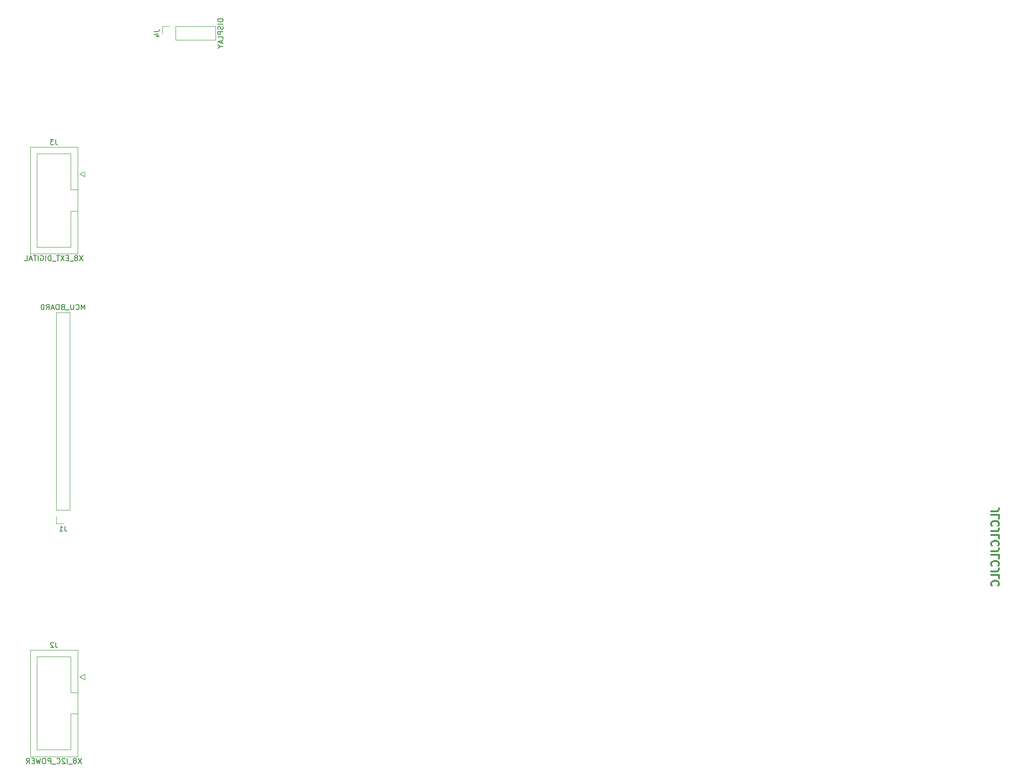
<source format=gbr>
%TF.GenerationSoftware,KiCad,Pcbnew,7.0.10-7.0.10~ubuntu22.04.1*%
%TF.CreationDate,2024-02-07T13:06:57+01:00*%
%TF.ProjectId,polykit-x-controlboard,706f6c79-6b69-4742-9d78-2d636f6e7472,v0.0.2*%
%TF.SameCoordinates,Original*%
%TF.FileFunction,Legend,Bot*%
%TF.FilePolarity,Positive*%
%FSLAX46Y46*%
G04 Gerber Fmt 4.6, Leading zero omitted, Abs format (unit mm)*
G04 Created by KiCad (PCBNEW 7.0.10-7.0.10~ubuntu22.04.1) date 2024-02-07 13:06:57*
%MOMM*%
%LPD*%
G01*
G04 APERTURE LIST*
%ADD10C,0.300000*%
%ADD11C,0.150000*%
%ADD12C,0.120000*%
G04 APERTURE END LIST*
D10*
X203300828Y-112483082D02*
X204372257Y-112483082D01*
X204372257Y-112483082D02*
X204586542Y-112411653D01*
X204586542Y-112411653D02*
X204729400Y-112268796D01*
X204729400Y-112268796D02*
X204800828Y-112054510D01*
X204800828Y-112054510D02*
X204800828Y-111911653D01*
X204800828Y-113911653D02*
X204800828Y-113197367D01*
X204800828Y-113197367D02*
X203300828Y-113197367D01*
X204657971Y-115268796D02*
X204729400Y-115197368D01*
X204729400Y-115197368D02*
X204800828Y-114983082D01*
X204800828Y-114983082D02*
X204800828Y-114840225D01*
X204800828Y-114840225D02*
X204729400Y-114625939D01*
X204729400Y-114625939D02*
X204586542Y-114483082D01*
X204586542Y-114483082D02*
X204443685Y-114411653D01*
X204443685Y-114411653D02*
X204157971Y-114340225D01*
X204157971Y-114340225D02*
X203943685Y-114340225D01*
X203943685Y-114340225D02*
X203657971Y-114411653D01*
X203657971Y-114411653D02*
X203515114Y-114483082D01*
X203515114Y-114483082D02*
X203372257Y-114625939D01*
X203372257Y-114625939D02*
X203300828Y-114840225D01*
X203300828Y-114840225D02*
X203300828Y-114983082D01*
X203300828Y-114983082D02*
X203372257Y-115197368D01*
X203372257Y-115197368D02*
X203443685Y-115268796D01*
X203300828Y-116340225D02*
X204372257Y-116340225D01*
X204372257Y-116340225D02*
X204586542Y-116268796D01*
X204586542Y-116268796D02*
X204729400Y-116125939D01*
X204729400Y-116125939D02*
X204800828Y-115911653D01*
X204800828Y-115911653D02*
X204800828Y-115768796D01*
X204800828Y-117768796D02*
X204800828Y-117054510D01*
X204800828Y-117054510D02*
X203300828Y-117054510D01*
X204657971Y-119125939D02*
X204729400Y-119054511D01*
X204729400Y-119054511D02*
X204800828Y-118840225D01*
X204800828Y-118840225D02*
X204800828Y-118697368D01*
X204800828Y-118697368D02*
X204729400Y-118483082D01*
X204729400Y-118483082D02*
X204586542Y-118340225D01*
X204586542Y-118340225D02*
X204443685Y-118268796D01*
X204443685Y-118268796D02*
X204157971Y-118197368D01*
X204157971Y-118197368D02*
X203943685Y-118197368D01*
X203943685Y-118197368D02*
X203657971Y-118268796D01*
X203657971Y-118268796D02*
X203515114Y-118340225D01*
X203515114Y-118340225D02*
X203372257Y-118483082D01*
X203372257Y-118483082D02*
X203300828Y-118697368D01*
X203300828Y-118697368D02*
X203300828Y-118840225D01*
X203300828Y-118840225D02*
X203372257Y-119054511D01*
X203372257Y-119054511D02*
X203443685Y-119125939D01*
X203300828Y-120197368D02*
X204372257Y-120197368D01*
X204372257Y-120197368D02*
X204586542Y-120125939D01*
X204586542Y-120125939D02*
X204729400Y-119983082D01*
X204729400Y-119983082D02*
X204800828Y-119768796D01*
X204800828Y-119768796D02*
X204800828Y-119625939D01*
X204800828Y-121625939D02*
X204800828Y-120911653D01*
X204800828Y-120911653D02*
X203300828Y-120911653D01*
X204657971Y-122983082D02*
X204729400Y-122911654D01*
X204729400Y-122911654D02*
X204800828Y-122697368D01*
X204800828Y-122697368D02*
X204800828Y-122554511D01*
X204800828Y-122554511D02*
X204729400Y-122340225D01*
X204729400Y-122340225D02*
X204586542Y-122197368D01*
X204586542Y-122197368D02*
X204443685Y-122125939D01*
X204443685Y-122125939D02*
X204157971Y-122054511D01*
X204157971Y-122054511D02*
X203943685Y-122054511D01*
X203943685Y-122054511D02*
X203657971Y-122125939D01*
X203657971Y-122125939D02*
X203515114Y-122197368D01*
X203515114Y-122197368D02*
X203372257Y-122340225D01*
X203372257Y-122340225D02*
X203300828Y-122554511D01*
X203300828Y-122554511D02*
X203300828Y-122697368D01*
X203300828Y-122697368D02*
X203372257Y-122911654D01*
X203372257Y-122911654D02*
X203443685Y-122983082D01*
X203300828Y-124054511D02*
X204372257Y-124054511D01*
X204372257Y-124054511D02*
X204586542Y-123983082D01*
X204586542Y-123983082D02*
X204729400Y-123840225D01*
X204729400Y-123840225D02*
X204800828Y-123625939D01*
X204800828Y-123625939D02*
X204800828Y-123483082D01*
X204800828Y-125483082D02*
X204800828Y-124768796D01*
X204800828Y-124768796D02*
X203300828Y-124768796D01*
X204657971Y-126840225D02*
X204729400Y-126768797D01*
X204729400Y-126768797D02*
X204800828Y-126554511D01*
X204800828Y-126554511D02*
X204800828Y-126411654D01*
X204800828Y-126411654D02*
X204729400Y-126197368D01*
X204729400Y-126197368D02*
X204586542Y-126054511D01*
X204586542Y-126054511D02*
X204443685Y-125983082D01*
X204443685Y-125983082D02*
X204157971Y-125911654D01*
X204157971Y-125911654D02*
X203943685Y-125911654D01*
X203943685Y-125911654D02*
X203657971Y-125983082D01*
X203657971Y-125983082D02*
X203515114Y-126054511D01*
X203515114Y-126054511D02*
X203372257Y-126197368D01*
X203372257Y-126197368D02*
X203300828Y-126411654D01*
X203300828Y-126411654D02*
X203300828Y-126554511D01*
X203300828Y-126554511D02*
X203372257Y-126768797D01*
X203372257Y-126768797D02*
X203443685Y-126840225D01*
D11*
X24583333Y-115334819D02*
X24583333Y-116049104D01*
X24583333Y-116049104D02*
X24630952Y-116191961D01*
X24630952Y-116191961D02*
X24726190Y-116287200D01*
X24726190Y-116287200D02*
X24869047Y-116334819D01*
X24869047Y-116334819D02*
X24964285Y-116334819D01*
X23583333Y-116334819D02*
X24154761Y-116334819D01*
X23869047Y-116334819D02*
X23869047Y-115334819D01*
X23869047Y-115334819D02*
X23964285Y-115477676D01*
X23964285Y-115477676D02*
X24059523Y-115572914D01*
X24059523Y-115572914D02*
X24154761Y-115620533D01*
X28440475Y-73574819D02*
X28440475Y-72574819D01*
X28440475Y-72574819D02*
X28107142Y-73289104D01*
X28107142Y-73289104D02*
X27773809Y-72574819D01*
X27773809Y-72574819D02*
X27773809Y-73574819D01*
X26726190Y-73479580D02*
X26773809Y-73527200D01*
X26773809Y-73527200D02*
X26916666Y-73574819D01*
X26916666Y-73574819D02*
X27011904Y-73574819D01*
X27011904Y-73574819D02*
X27154761Y-73527200D01*
X27154761Y-73527200D02*
X27249999Y-73431961D01*
X27249999Y-73431961D02*
X27297618Y-73336723D01*
X27297618Y-73336723D02*
X27345237Y-73146247D01*
X27345237Y-73146247D02*
X27345237Y-73003390D01*
X27345237Y-73003390D02*
X27297618Y-72812914D01*
X27297618Y-72812914D02*
X27249999Y-72717676D01*
X27249999Y-72717676D02*
X27154761Y-72622438D01*
X27154761Y-72622438D02*
X27011904Y-72574819D01*
X27011904Y-72574819D02*
X26916666Y-72574819D01*
X26916666Y-72574819D02*
X26773809Y-72622438D01*
X26773809Y-72622438D02*
X26726190Y-72670057D01*
X26297618Y-72574819D02*
X26297618Y-73384342D01*
X26297618Y-73384342D02*
X26249999Y-73479580D01*
X26249999Y-73479580D02*
X26202380Y-73527200D01*
X26202380Y-73527200D02*
X26107142Y-73574819D01*
X26107142Y-73574819D02*
X25916666Y-73574819D01*
X25916666Y-73574819D02*
X25821428Y-73527200D01*
X25821428Y-73527200D02*
X25773809Y-73479580D01*
X25773809Y-73479580D02*
X25726190Y-73384342D01*
X25726190Y-73384342D02*
X25726190Y-72574819D01*
X25488095Y-73670057D02*
X24726190Y-73670057D01*
X24154761Y-73051009D02*
X24011904Y-73098628D01*
X24011904Y-73098628D02*
X23964285Y-73146247D01*
X23964285Y-73146247D02*
X23916666Y-73241485D01*
X23916666Y-73241485D02*
X23916666Y-73384342D01*
X23916666Y-73384342D02*
X23964285Y-73479580D01*
X23964285Y-73479580D02*
X24011904Y-73527200D01*
X24011904Y-73527200D02*
X24107142Y-73574819D01*
X24107142Y-73574819D02*
X24488094Y-73574819D01*
X24488094Y-73574819D02*
X24488094Y-72574819D01*
X24488094Y-72574819D02*
X24154761Y-72574819D01*
X24154761Y-72574819D02*
X24059523Y-72622438D01*
X24059523Y-72622438D02*
X24011904Y-72670057D01*
X24011904Y-72670057D02*
X23964285Y-72765295D01*
X23964285Y-72765295D02*
X23964285Y-72860533D01*
X23964285Y-72860533D02*
X24011904Y-72955771D01*
X24011904Y-72955771D02*
X24059523Y-73003390D01*
X24059523Y-73003390D02*
X24154761Y-73051009D01*
X24154761Y-73051009D02*
X24488094Y-73051009D01*
X23297618Y-72574819D02*
X23107142Y-72574819D01*
X23107142Y-72574819D02*
X23011904Y-72622438D01*
X23011904Y-72622438D02*
X22916666Y-72717676D01*
X22916666Y-72717676D02*
X22869047Y-72908152D01*
X22869047Y-72908152D02*
X22869047Y-73241485D01*
X22869047Y-73241485D02*
X22916666Y-73431961D01*
X22916666Y-73431961D02*
X23011904Y-73527200D01*
X23011904Y-73527200D02*
X23107142Y-73574819D01*
X23107142Y-73574819D02*
X23297618Y-73574819D01*
X23297618Y-73574819D02*
X23392856Y-73527200D01*
X23392856Y-73527200D02*
X23488094Y-73431961D01*
X23488094Y-73431961D02*
X23535713Y-73241485D01*
X23535713Y-73241485D02*
X23535713Y-72908152D01*
X23535713Y-72908152D02*
X23488094Y-72717676D01*
X23488094Y-72717676D02*
X23392856Y-72622438D01*
X23392856Y-72622438D02*
X23297618Y-72574819D01*
X22488094Y-73289104D02*
X22011904Y-73289104D01*
X22583332Y-73574819D02*
X22249999Y-72574819D01*
X22249999Y-72574819D02*
X21916666Y-73574819D01*
X21011904Y-73574819D02*
X21345237Y-73098628D01*
X21583332Y-73574819D02*
X21583332Y-72574819D01*
X21583332Y-72574819D02*
X21202380Y-72574819D01*
X21202380Y-72574819D02*
X21107142Y-72622438D01*
X21107142Y-72622438D02*
X21059523Y-72670057D01*
X21059523Y-72670057D02*
X21011904Y-72765295D01*
X21011904Y-72765295D02*
X21011904Y-72908152D01*
X21011904Y-72908152D02*
X21059523Y-73003390D01*
X21059523Y-73003390D02*
X21107142Y-73051009D01*
X21107142Y-73051009D02*
X21202380Y-73098628D01*
X21202380Y-73098628D02*
X21583332Y-73098628D01*
X20583332Y-73574819D02*
X20583332Y-72574819D01*
X20583332Y-72574819D02*
X20345237Y-72574819D01*
X20345237Y-72574819D02*
X20202380Y-72622438D01*
X20202380Y-72622438D02*
X20107142Y-72717676D01*
X20107142Y-72717676D02*
X20059523Y-72812914D01*
X20059523Y-72812914D02*
X20011904Y-73003390D01*
X20011904Y-73003390D02*
X20011904Y-73146247D01*
X20011904Y-73146247D02*
X20059523Y-73336723D01*
X20059523Y-73336723D02*
X20107142Y-73431961D01*
X20107142Y-73431961D02*
X20202380Y-73527200D01*
X20202380Y-73527200D02*
X20345237Y-73574819D01*
X20345237Y-73574819D02*
X20583332Y-73574819D01*
X22815833Y-137774819D02*
X22815833Y-138489104D01*
X22815833Y-138489104D02*
X22863452Y-138631961D01*
X22863452Y-138631961D02*
X22958690Y-138727200D01*
X22958690Y-138727200D02*
X23101547Y-138774819D01*
X23101547Y-138774819D02*
X23196785Y-138774819D01*
X22387261Y-137870057D02*
X22339642Y-137822438D01*
X22339642Y-137822438D02*
X22244404Y-137774819D01*
X22244404Y-137774819D02*
X22006309Y-137774819D01*
X22006309Y-137774819D02*
X21911071Y-137822438D01*
X21911071Y-137822438D02*
X21863452Y-137870057D01*
X21863452Y-137870057D02*
X21815833Y-137965295D01*
X21815833Y-137965295D02*
X21815833Y-138060533D01*
X21815833Y-138060533D02*
X21863452Y-138203390D01*
X21863452Y-138203390D02*
X22434880Y-138774819D01*
X22434880Y-138774819D02*
X21815833Y-138774819D01*
X27815832Y-160134819D02*
X27149166Y-161134819D01*
X27149166Y-160134819D02*
X27815832Y-161134819D01*
X26625356Y-160563390D02*
X26720594Y-160515771D01*
X26720594Y-160515771D02*
X26768213Y-160468152D01*
X26768213Y-160468152D02*
X26815832Y-160372914D01*
X26815832Y-160372914D02*
X26815832Y-160325295D01*
X26815832Y-160325295D02*
X26768213Y-160230057D01*
X26768213Y-160230057D02*
X26720594Y-160182438D01*
X26720594Y-160182438D02*
X26625356Y-160134819D01*
X26625356Y-160134819D02*
X26434880Y-160134819D01*
X26434880Y-160134819D02*
X26339642Y-160182438D01*
X26339642Y-160182438D02*
X26292023Y-160230057D01*
X26292023Y-160230057D02*
X26244404Y-160325295D01*
X26244404Y-160325295D02*
X26244404Y-160372914D01*
X26244404Y-160372914D02*
X26292023Y-160468152D01*
X26292023Y-160468152D02*
X26339642Y-160515771D01*
X26339642Y-160515771D02*
X26434880Y-160563390D01*
X26434880Y-160563390D02*
X26625356Y-160563390D01*
X26625356Y-160563390D02*
X26720594Y-160611009D01*
X26720594Y-160611009D02*
X26768213Y-160658628D01*
X26768213Y-160658628D02*
X26815832Y-160753866D01*
X26815832Y-160753866D02*
X26815832Y-160944342D01*
X26815832Y-160944342D02*
X26768213Y-161039580D01*
X26768213Y-161039580D02*
X26720594Y-161087200D01*
X26720594Y-161087200D02*
X26625356Y-161134819D01*
X26625356Y-161134819D02*
X26434880Y-161134819D01*
X26434880Y-161134819D02*
X26339642Y-161087200D01*
X26339642Y-161087200D02*
X26292023Y-161039580D01*
X26292023Y-161039580D02*
X26244404Y-160944342D01*
X26244404Y-160944342D02*
X26244404Y-160753866D01*
X26244404Y-160753866D02*
X26292023Y-160658628D01*
X26292023Y-160658628D02*
X26339642Y-160611009D01*
X26339642Y-160611009D02*
X26434880Y-160563390D01*
X26053928Y-161230057D02*
X25292023Y-161230057D01*
X25053927Y-161134819D02*
X25053927Y-160134819D01*
X24625356Y-160230057D02*
X24577737Y-160182438D01*
X24577737Y-160182438D02*
X24482499Y-160134819D01*
X24482499Y-160134819D02*
X24244404Y-160134819D01*
X24244404Y-160134819D02*
X24149166Y-160182438D01*
X24149166Y-160182438D02*
X24101547Y-160230057D01*
X24101547Y-160230057D02*
X24053928Y-160325295D01*
X24053928Y-160325295D02*
X24053928Y-160420533D01*
X24053928Y-160420533D02*
X24101547Y-160563390D01*
X24101547Y-160563390D02*
X24672975Y-161134819D01*
X24672975Y-161134819D02*
X24053928Y-161134819D01*
X23053928Y-161039580D02*
X23101547Y-161087200D01*
X23101547Y-161087200D02*
X23244404Y-161134819D01*
X23244404Y-161134819D02*
X23339642Y-161134819D01*
X23339642Y-161134819D02*
X23482499Y-161087200D01*
X23482499Y-161087200D02*
X23577737Y-160991961D01*
X23577737Y-160991961D02*
X23625356Y-160896723D01*
X23625356Y-160896723D02*
X23672975Y-160706247D01*
X23672975Y-160706247D02*
X23672975Y-160563390D01*
X23672975Y-160563390D02*
X23625356Y-160372914D01*
X23625356Y-160372914D02*
X23577737Y-160277676D01*
X23577737Y-160277676D02*
X23482499Y-160182438D01*
X23482499Y-160182438D02*
X23339642Y-160134819D01*
X23339642Y-160134819D02*
X23244404Y-160134819D01*
X23244404Y-160134819D02*
X23101547Y-160182438D01*
X23101547Y-160182438D02*
X23053928Y-160230057D01*
X22863452Y-161230057D02*
X22101547Y-161230057D01*
X21863451Y-161134819D02*
X21863451Y-160134819D01*
X21863451Y-160134819D02*
X21482499Y-160134819D01*
X21482499Y-160134819D02*
X21387261Y-160182438D01*
X21387261Y-160182438D02*
X21339642Y-160230057D01*
X21339642Y-160230057D02*
X21292023Y-160325295D01*
X21292023Y-160325295D02*
X21292023Y-160468152D01*
X21292023Y-160468152D02*
X21339642Y-160563390D01*
X21339642Y-160563390D02*
X21387261Y-160611009D01*
X21387261Y-160611009D02*
X21482499Y-160658628D01*
X21482499Y-160658628D02*
X21863451Y-160658628D01*
X20672975Y-160134819D02*
X20482499Y-160134819D01*
X20482499Y-160134819D02*
X20387261Y-160182438D01*
X20387261Y-160182438D02*
X20292023Y-160277676D01*
X20292023Y-160277676D02*
X20244404Y-160468152D01*
X20244404Y-160468152D02*
X20244404Y-160801485D01*
X20244404Y-160801485D02*
X20292023Y-160991961D01*
X20292023Y-160991961D02*
X20387261Y-161087200D01*
X20387261Y-161087200D02*
X20482499Y-161134819D01*
X20482499Y-161134819D02*
X20672975Y-161134819D01*
X20672975Y-161134819D02*
X20768213Y-161087200D01*
X20768213Y-161087200D02*
X20863451Y-160991961D01*
X20863451Y-160991961D02*
X20911070Y-160801485D01*
X20911070Y-160801485D02*
X20911070Y-160468152D01*
X20911070Y-160468152D02*
X20863451Y-160277676D01*
X20863451Y-160277676D02*
X20768213Y-160182438D01*
X20768213Y-160182438D02*
X20672975Y-160134819D01*
X19911070Y-160134819D02*
X19672975Y-161134819D01*
X19672975Y-161134819D02*
X19482499Y-160420533D01*
X19482499Y-160420533D02*
X19292023Y-161134819D01*
X19292023Y-161134819D02*
X19053928Y-160134819D01*
X18672975Y-160611009D02*
X18339642Y-160611009D01*
X18196785Y-161134819D02*
X18672975Y-161134819D01*
X18672975Y-161134819D02*
X18672975Y-160134819D01*
X18672975Y-160134819D02*
X18196785Y-160134819D01*
X17196785Y-161134819D02*
X17530118Y-160658628D01*
X17768213Y-161134819D02*
X17768213Y-160134819D01*
X17768213Y-160134819D02*
X17387261Y-160134819D01*
X17387261Y-160134819D02*
X17292023Y-160182438D01*
X17292023Y-160182438D02*
X17244404Y-160230057D01*
X17244404Y-160230057D02*
X17196785Y-160325295D01*
X17196785Y-160325295D02*
X17196785Y-160468152D01*
X17196785Y-160468152D02*
X17244404Y-160563390D01*
X17244404Y-160563390D02*
X17292023Y-160611009D01*
X17292023Y-160611009D02*
X17387261Y-160658628D01*
X17387261Y-160658628D02*
X17768213Y-160658628D01*
X41824819Y-19916666D02*
X42539104Y-19916666D01*
X42539104Y-19916666D02*
X42681961Y-19869047D01*
X42681961Y-19869047D02*
X42777200Y-19773809D01*
X42777200Y-19773809D02*
X42824819Y-19630952D01*
X42824819Y-19630952D02*
X42824819Y-19535714D01*
X42158152Y-20821428D02*
X42824819Y-20821428D01*
X41777200Y-20583333D02*
X42491485Y-20345238D01*
X42491485Y-20345238D02*
X42491485Y-20964285D01*
X55104819Y-17511905D02*
X54104819Y-17511905D01*
X54104819Y-17511905D02*
X54104819Y-17750000D01*
X54104819Y-17750000D02*
X54152438Y-17892857D01*
X54152438Y-17892857D02*
X54247676Y-17988095D01*
X54247676Y-17988095D02*
X54342914Y-18035714D01*
X54342914Y-18035714D02*
X54533390Y-18083333D01*
X54533390Y-18083333D02*
X54676247Y-18083333D01*
X54676247Y-18083333D02*
X54866723Y-18035714D01*
X54866723Y-18035714D02*
X54961961Y-17988095D01*
X54961961Y-17988095D02*
X55057200Y-17892857D01*
X55057200Y-17892857D02*
X55104819Y-17750000D01*
X55104819Y-17750000D02*
X55104819Y-17511905D01*
X55104819Y-18511905D02*
X54104819Y-18511905D01*
X55057200Y-18940476D02*
X55104819Y-19083333D01*
X55104819Y-19083333D02*
X55104819Y-19321428D01*
X55104819Y-19321428D02*
X55057200Y-19416666D01*
X55057200Y-19416666D02*
X55009580Y-19464285D01*
X55009580Y-19464285D02*
X54914342Y-19511904D01*
X54914342Y-19511904D02*
X54819104Y-19511904D01*
X54819104Y-19511904D02*
X54723866Y-19464285D01*
X54723866Y-19464285D02*
X54676247Y-19416666D01*
X54676247Y-19416666D02*
X54628628Y-19321428D01*
X54628628Y-19321428D02*
X54581009Y-19130952D01*
X54581009Y-19130952D02*
X54533390Y-19035714D01*
X54533390Y-19035714D02*
X54485771Y-18988095D01*
X54485771Y-18988095D02*
X54390533Y-18940476D01*
X54390533Y-18940476D02*
X54295295Y-18940476D01*
X54295295Y-18940476D02*
X54200057Y-18988095D01*
X54200057Y-18988095D02*
X54152438Y-19035714D01*
X54152438Y-19035714D02*
X54104819Y-19130952D01*
X54104819Y-19130952D02*
X54104819Y-19369047D01*
X54104819Y-19369047D02*
X54152438Y-19511904D01*
X55104819Y-19940476D02*
X54104819Y-19940476D01*
X54104819Y-19940476D02*
X54104819Y-20321428D01*
X54104819Y-20321428D02*
X54152438Y-20416666D01*
X54152438Y-20416666D02*
X54200057Y-20464285D01*
X54200057Y-20464285D02*
X54295295Y-20511904D01*
X54295295Y-20511904D02*
X54438152Y-20511904D01*
X54438152Y-20511904D02*
X54533390Y-20464285D01*
X54533390Y-20464285D02*
X54581009Y-20416666D01*
X54581009Y-20416666D02*
X54628628Y-20321428D01*
X54628628Y-20321428D02*
X54628628Y-19940476D01*
X55104819Y-21416666D02*
X55104819Y-20940476D01*
X55104819Y-20940476D02*
X54104819Y-20940476D01*
X54819104Y-21702381D02*
X54819104Y-22178571D01*
X55104819Y-21607143D02*
X54104819Y-21940476D01*
X54104819Y-21940476D02*
X55104819Y-22273809D01*
X54628628Y-22797619D02*
X55104819Y-22797619D01*
X54104819Y-22464286D02*
X54628628Y-22797619D01*
X54628628Y-22797619D02*
X54104819Y-23130952D01*
X22815833Y-40774819D02*
X22815833Y-41489104D01*
X22815833Y-41489104D02*
X22863452Y-41631961D01*
X22863452Y-41631961D02*
X22958690Y-41727200D01*
X22958690Y-41727200D02*
X23101547Y-41774819D01*
X23101547Y-41774819D02*
X23196785Y-41774819D01*
X22434880Y-40774819D02*
X21815833Y-40774819D01*
X21815833Y-40774819D02*
X22149166Y-41155771D01*
X22149166Y-41155771D02*
X22006309Y-41155771D01*
X22006309Y-41155771D02*
X21911071Y-41203390D01*
X21911071Y-41203390D02*
X21863452Y-41251009D01*
X21863452Y-41251009D02*
X21815833Y-41346247D01*
X21815833Y-41346247D02*
X21815833Y-41584342D01*
X21815833Y-41584342D02*
X21863452Y-41679580D01*
X21863452Y-41679580D02*
X21911071Y-41727200D01*
X21911071Y-41727200D02*
X22006309Y-41774819D01*
X22006309Y-41774819D02*
X22292023Y-41774819D01*
X22292023Y-41774819D02*
X22387261Y-41727200D01*
X22387261Y-41727200D02*
X22434880Y-41679580D01*
X28053928Y-63134819D02*
X27387262Y-64134819D01*
X27387262Y-63134819D02*
X28053928Y-64134819D01*
X26863452Y-63563390D02*
X26958690Y-63515771D01*
X26958690Y-63515771D02*
X27006309Y-63468152D01*
X27006309Y-63468152D02*
X27053928Y-63372914D01*
X27053928Y-63372914D02*
X27053928Y-63325295D01*
X27053928Y-63325295D02*
X27006309Y-63230057D01*
X27006309Y-63230057D02*
X26958690Y-63182438D01*
X26958690Y-63182438D02*
X26863452Y-63134819D01*
X26863452Y-63134819D02*
X26672976Y-63134819D01*
X26672976Y-63134819D02*
X26577738Y-63182438D01*
X26577738Y-63182438D02*
X26530119Y-63230057D01*
X26530119Y-63230057D02*
X26482500Y-63325295D01*
X26482500Y-63325295D02*
X26482500Y-63372914D01*
X26482500Y-63372914D02*
X26530119Y-63468152D01*
X26530119Y-63468152D02*
X26577738Y-63515771D01*
X26577738Y-63515771D02*
X26672976Y-63563390D01*
X26672976Y-63563390D02*
X26863452Y-63563390D01*
X26863452Y-63563390D02*
X26958690Y-63611009D01*
X26958690Y-63611009D02*
X27006309Y-63658628D01*
X27006309Y-63658628D02*
X27053928Y-63753866D01*
X27053928Y-63753866D02*
X27053928Y-63944342D01*
X27053928Y-63944342D02*
X27006309Y-64039580D01*
X27006309Y-64039580D02*
X26958690Y-64087200D01*
X26958690Y-64087200D02*
X26863452Y-64134819D01*
X26863452Y-64134819D02*
X26672976Y-64134819D01*
X26672976Y-64134819D02*
X26577738Y-64087200D01*
X26577738Y-64087200D02*
X26530119Y-64039580D01*
X26530119Y-64039580D02*
X26482500Y-63944342D01*
X26482500Y-63944342D02*
X26482500Y-63753866D01*
X26482500Y-63753866D02*
X26530119Y-63658628D01*
X26530119Y-63658628D02*
X26577738Y-63611009D01*
X26577738Y-63611009D02*
X26672976Y-63563390D01*
X26292024Y-64230057D02*
X25530119Y-64230057D01*
X25292023Y-63611009D02*
X24958690Y-63611009D01*
X24815833Y-64134819D02*
X25292023Y-64134819D01*
X25292023Y-64134819D02*
X25292023Y-63134819D01*
X25292023Y-63134819D02*
X24815833Y-63134819D01*
X24482499Y-63134819D02*
X23815833Y-64134819D01*
X23815833Y-63134819D02*
X24482499Y-64134819D01*
X23577737Y-63134819D02*
X23006309Y-63134819D01*
X23292023Y-64134819D02*
X23292023Y-63134819D01*
X22911071Y-64230057D02*
X22149166Y-64230057D01*
X21911070Y-64134819D02*
X21911070Y-63134819D01*
X21911070Y-63134819D02*
X21672975Y-63134819D01*
X21672975Y-63134819D02*
X21530118Y-63182438D01*
X21530118Y-63182438D02*
X21434880Y-63277676D01*
X21434880Y-63277676D02*
X21387261Y-63372914D01*
X21387261Y-63372914D02*
X21339642Y-63563390D01*
X21339642Y-63563390D02*
X21339642Y-63706247D01*
X21339642Y-63706247D02*
X21387261Y-63896723D01*
X21387261Y-63896723D02*
X21434880Y-63991961D01*
X21434880Y-63991961D02*
X21530118Y-64087200D01*
X21530118Y-64087200D02*
X21672975Y-64134819D01*
X21672975Y-64134819D02*
X21911070Y-64134819D01*
X20911070Y-64134819D02*
X20911070Y-63134819D01*
X19911071Y-63182438D02*
X20006309Y-63134819D01*
X20006309Y-63134819D02*
X20149166Y-63134819D01*
X20149166Y-63134819D02*
X20292023Y-63182438D01*
X20292023Y-63182438D02*
X20387261Y-63277676D01*
X20387261Y-63277676D02*
X20434880Y-63372914D01*
X20434880Y-63372914D02*
X20482499Y-63563390D01*
X20482499Y-63563390D02*
X20482499Y-63706247D01*
X20482499Y-63706247D02*
X20434880Y-63896723D01*
X20434880Y-63896723D02*
X20387261Y-63991961D01*
X20387261Y-63991961D02*
X20292023Y-64087200D01*
X20292023Y-64087200D02*
X20149166Y-64134819D01*
X20149166Y-64134819D02*
X20053928Y-64134819D01*
X20053928Y-64134819D02*
X19911071Y-64087200D01*
X19911071Y-64087200D02*
X19863452Y-64039580D01*
X19863452Y-64039580D02*
X19863452Y-63706247D01*
X19863452Y-63706247D02*
X20053928Y-63706247D01*
X19434880Y-64134819D02*
X19434880Y-63134819D01*
X19101547Y-63134819D02*
X18530119Y-63134819D01*
X18815833Y-64134819D02*
X18815833Y-63134819D01*
X18244404Y-63849104D02*
X17768214Y-63849104D01*
X18339642Y-64134819D02*
X18006309Y-63134819D01*
X18006309Y-63134819D02*
X17672976Y-64134819D01*
X16863452Y-64134819D02*
X17339642Y-64134819D01*
X17339642Y-64134819D02*
X17339642Y-63134819D01*
D12*
%TO.C,J1*%
X22920000Y-74120000D02*
X25580000Y-74120000D01*
X22920000Y-112280000D02*
X22920000Y-74120000D01*
X22920000Y-112280000D02*
X25580000Y-112280000D01*
X22920000Y-113550000D02*
X22920000Y-114880000D01*
X22920000Y-114880000D02*
X24250000Y-114880000D01*
X25580000Y-112280000D02*
X25580000Y-74120000D01*
%TO.C,J2*%
X28432500Y-144920000D02*
X27432500Y-144420000D01*
X28432500Y-143920000D02*
X28432500Y-144920000D01*
X27432500Y-144420000D02*
X28432500Y-143920000D01*
X27042500Y-159790000D02*
X27042500Y-139210000D01*
X27042500Y-147450000D02*
X25732500Y-147450000D01*
X27042500Y-139210000D02*
X17922500Y-139210000D01*
X25732500Y-158490000D02*
X25732500Y-151550000D01*
X25732500Y-151550000D02*
X27042500Y-151550000D01*
X25732500Y-151550000D02*
X25732500Y-151550000D01*
X25732500Y-147450000D02*
X25732500Y-140510000D01*
X25732500Y-140510000D02*
X19232500Y-140510000D01*
X19232500Y-158490000D02*
X25732500Y-158490000D01*
X19232500Y-140510000D02*
X19232500Y-158490000D01*
X17922500Y-159790000D02*
X27042500Y-159790000D01*
X17922500Y-139210000D02*
X17922500Y-159790000D01*
%TO.C,J4*%
X53650000Y-18920000D02*
X53650000Y-21580000D01*
X45970000Y-18920000D02*
X53650000Y-18920000D01*
X45970000Y-18920000D02*
X45970000Y-21580000D01*
X44700000Y-18920000D02*
X43370000Y-18920000D01*
X43370000Y-18920000D02*
X43370000Y-20250000D01*
X45970000Y-21580000D02*
X53650000Y-21580000D01*
%TO.C,J3*%
X28432500Y-47920000D02*
X27432500Y-47420000D01*
X28432500Y-46920000D02*
X28432500Y-47920000D01*
X27432500Y-47420000D02*
X28432500Y-46920000D01*
X27042500Y-62790000D02*
X27042500Y-42210000D01*
X27042500Y-50450000D02*
X25732500Y-50450000D01*
X27042500Y-42210000D02*
X17922500Y-42210000D01*
X25732500Y-61490000D02*
X25732500Y-54550000D01*
X25732500Y-54550000D02*
X27042500Y-54550000D01*
X25732500Y-54550000D02*
X25732500Y-54550000D01*
X25732500Y-50450000D02*
X25732500Y-43510000D01*
X25732500Y-43510000D02*
X19232500Y-43510000D01*
X19232500Y-61490000D02*
X25732500Y-61490000D01*
X19232500Y-43510000D02*
X19232500Y-61490000D01*
X17922500Y-62790000D02*
X27042500Y-62790000D01*
X17922500Y-42210000D02*
X17922500Y-62790000D01*
%TD*%
M02*

</source>
